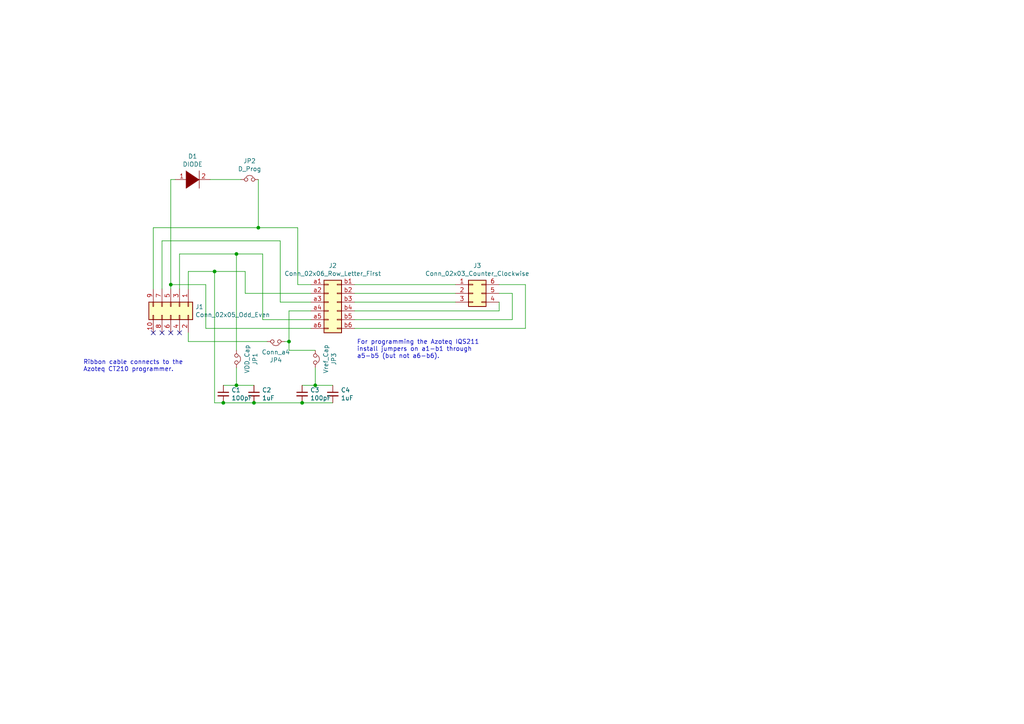
<source format=kicad_sch>
(kicad_sch (version 20230121) (generator eeschema)
  (paper "A4")
  (title_block (company "by Till Straumann") (comment 1 "License: public domain"))
  (lib_symbols
    (symbol "Connector_Generic:Conn_02x03_Counter_Clockwise" (pin_names (offset 1.016) hide)
      (property "Reference" "J" (at 1.27 5.08 0))
      (property "Value" "Conn_02x03_Counter_Clockwise" (at 1.27 -5.08 0))
      (symbol "Conn_02x03_Counter_Clockwise_1_1"
        (rectangle (start -1.27 -2.413) (end 0 -2.667) (stroke (width 0.1524)))
        (rectangle (start -1.27 0.127) (end 0 -0.127) (stroke (width 0.1524)))
        (rectangle (start -1.27 2.667) (end 0 2.413) (stroke (width 0.1524)))
        (rectangle (start -1.27 3.81) (end 3.81 -3.81) (stroke (width 0.254)) (fill (type background)))
        (rectangle (start 3.81 -2.413) (end 2.54 -2.667) (stroke (width 0.1524)))
        (rectangle (start 3.81 0.127) (end 2.54 -0.127) (stroke (width 0.1524)))
        (rectangle (start 3.81 2.667) (end 2.54 2.413) (stroke (width 0.1524)))
        (pin passive line (at -5.08 2.54 0) (length 3.81) (name "Pin_1") (number "1"))
        (pin passive line (at -5.08 0 0) (length 3.81) (name "Pin_2") (number "2"))
        (pin passive line (at -5.08 -2.54 0) (length 3.81) (name "Pin_3") (number "3"))
        (pin passive line (at 7.62 -2.54 180) (length 3.81) (name "Pin_4") (number "4"))
        (pin passive line (at 7.62 0 180) (length 3.81) (name "Pin_5") (number "5"))
        (pin passive line (at 7.62 2.54 180) (length 3.81) (name "Pin_6") (number "6"))
      )
    )
    (symbol "Connector_Generic:Conn_02x05_Odd_Even" (pin_names (offset 1.016) hide)
      (property "Reference" "J" (at 1.27 7.62 0))
      (property "Value" "Conn_02x05_Odd_Even" (at 1.27 -7.62 0))
      (symbol "Conn_02x05_Odd_Even_1_1"
        (rectangle (start -1.27 -4.953) (end 0 -5.207) (stroke (width 0.1524)))
        (rectangle (start -1.27 -2.413) (end 0 -2.667) (stroke (width 0.1524)))
        (rectangle (start -1.27 0.127) (end 0 -0.127) (stroke (width 0.1524)))
        (rectangle (start -1.27 2.667) (end 0 2.413) (stroke (width 0.1524)))
        (rectangle (start -1.27 5.207) (end 0 4.953) (stroke (width 0.1524)))
        (rectangle (start -1.27 6.35) (end 3.81 -6.35) (stroke (width 0.254)) (fill (type background)))
        (rectangle (start 3.81 -4.953) (end 2.54 -5.207) (stroke (width 0.1524)))
        (rectangle (start 3.81 -2.413) (end 2.54 -2.667) (stroke (width 0.1524)))
        (rectangle (start 3.81 0.127) (end 2.54 -0.127) (stroke (width 0.1524)))
        (rectangle (start 3.81 2.667) (end 2.54 2.413) (stroke (width 0.1524)))
        (rectangle (start 3.81 5.207) (end 2.54 4.953) (stroke (width 0.1524)))
        (pin passive line (at -5.08 5.08 0) (length 3.81) (name "Pin_1") (number "1"))
        (pin passive line (at 7.62 -5.08 180) (length 3.81) (name "Pin_10") (number "10"))
        (pin passive line (at 7.62 5.08 180) (length 3.81) (name "Pin_2") (number "2"))
        (pin passive line (at -5.08 2.54 0) (length 3.81) (name "Pin_3") (number "3"))
        (pin passive line (at 7.62 2.54 180) (length 3.81) (name "Pin_4") (number "4"))
        (pin passive line (at -5.08 0 0) (length 3.81) (name "Pin_5") (number "5"))
        (pin passive line (at 7.62 0 180) (length 3.81) (name "Pin_6") (number "6"))
        (pin passive line (at -5.08 -2.54 0) (length 3.81) (name "Pin_7") (number "7"))
        (pin passive line (at 7.62 -2.54 180) (length 3.81) (name "Pin_8") (number "8"))
        (pin passive line (at -5.08 -5.08 0) (length 3.81) (name "Pin_9") (number "9"))
      )
    )
    (symbol "Connector_Generic:Conn_02x06_Row_Letter_First" (pin_names (offset 1.016) hide)
      (property "Reference" "J" (at 1.27 7.62 0))
      (property "Value" "Conn_02x06_Row_Letter_First" (at 1.27 -10.16 0))
      (symbol "Conn_02x06_Row_Letter_First_1_1"
        (rectangle (start -1.27 -7.493) (end 0 -7.747) (stroke (width 0.1524)))
        (rectangle (start -1.27 -4.953) (end 0 -5.207) (stroke (width 0.1524)))
        (rectangle (start -1.27 -2.413) (end 0 -2.667) (stroke (width 0.1524)))
        (rectangle (start -1.27 0.127) (end 0 -0.127) (stroke (width 0.1524)))
        (rectangle (start -1.27 2.667) (end 0 2.413) (stroke (width 0.1524)))
        (rectangle (start -1.27 5.207) (end 0 4.953) (stroke (width 0.1524)))
        (rectangle (start -1.27 6.35) (end 3.81 -8.89) (stroke (width 0.254)) (fill (type background)))
        (rectangle (start 3.81 -7.493) (end 2.54 -7.747) (stroke (width 0.1524)))
        (rectangle (start 3.81 -4.953) (end 2.54 -5.207) (stroke (width 0.1524)))
        (rectangle (start 3.81 -2.413) (end 2.54 -2.667) (stroke (width 0.1524)))
        (rectangle (start 3.81 0.127) (end 2.54 -0.127) (stroke (width 0.1524)))
        (rectangle (start 3.81 2.667) (end 2.54 2.413) (stroke (width 0.1524)))
        (rectangle (start 3.81 5.207) (end 2.54 4.953) (stroke (width 0.1524)))
        (pin passive line (at -5.08 5.08 0) (length 3.81) (name "Pin_a1") (number "a1"))
        (pin passive line (at -5.08 2.54 0) (length 3.81) (name "Pin_a2") (number "a2"))
        (pin passive line (at -5.08 0 0) (length 3.81) (name "Pin_a3") (number "a3"))
        (pin passive line (at -5.08 -2.54 0) (length 3.81) (name "Pin_a4") (number "a4"))
        (pin passive line (at -5.08 -5.08 0) (length 3.81) (name "Pin_a5") (number "a5"))
        (pin passive line (at -5.08 -7.62 0) (length 3.81) (name "Pin_a6") (number "a6"))
        (pin passive line (at 7.62 5.08 180) (length 3.81) (name "Pin_b1") (number "b1"))
        (pin passive line (at 7.62 2.54 180) (length 3.81) (name "Pin_b2") (number "b2"))
        (pin passive line (at 7.62 0 180) (length 3.81) (name "Pin_b3") (number "b3"))
        (pin passive line (at 7.62 -2.54 180) (length 3.81) (name "Pin_b4") (number "b4"))
        (pin passive line (at 7.62 -5.08 180) (length 3.81) (name "Pin_b5") (number "b5"))
        (pin passive line (at 7.62 -7.62 180) (length 3.81) (name "Pin_b6") (number "b6"))
      )
    )
    (symbol "Device:C_Small" (pin_numbers hide) (pin_names (offset 0.254) hide)
      (property "Reference" "C" (at 0.254 1.778 0))
      (property "Value" "C_Small" (at 0.254 -2.032 0))
      (symbol "C_Small_0_1"
        (polyline (pts (xy -1.524 -0.508) (xy 1.524 -0.508)) (stroke (width 0.3302)))
        (polyline (pts (xy -1.524 0.508) (xy 1.524 0.508)) (stroke (width 0.3048)))
      )
      (symbol "C_Small_1_1"
        (pin passive line (at 0 2.54 270) (length 2.032) (name "~") (number "1"))
        (pin passive line (at 0 -2.54 90) (length 2.032) (name "~") (number "2"))
      )
    )
    (symbol "sot23-prog-v1-rescue:DIODE-pspice" (pin_names (offset 1.016) hide)
      (property "Reference" "D" (at 0 3.81 0))
      (property "Value" "pspice_DIODE" (at 0 -4.445 0))
      (symbol "DIODE-pspice_0_1"
        (polyline (pts (xy 1.905 2.54) (xy 1.905 -2.54)))
        (polyline (pts (xy -1.905 2.54) (xy -1.905 -2.54) (xy 1.905 0)) (fill (type outline)))
      )
      (symbol "DIODE-pspice_1_1"
        (pin input line (at -5.08 0 0) (length 3.81) (name "K") (number "1"))
        (pin input line (at 5.08 0 180) (length 3.81) (name "A") (number "2"))
      )
    )
    (symbol "sot23-prog-v1-rescue:Jumper_NC_Small-Device" (pin_numbers hide) (pin_names (offset 0.762) hide)
      (property "Reference" "JP" (at 0 2.032 0))
      (property "Value" "Device_Jumper_NC_Small" (at 0.254 -1.524 0))
      (symbol "Jumper_NC_Small-Device_0_1"
        (circle (center -1.016 0) (radius 0.508))
        (circle (center 1.016 0) (radius 0.508))
        (arc (start 1.016 0.762) (mid 0 1.1828) (end -1.016 0.762))
        (pin passive line (at -2.54 0 0) (length 1.016) (name "1") (number "1"))
        (pin passive line (at 2.54 0 180) (length 1.016) (name "2") (number "2"))
      )
    )
  )
  (junction (at 64.77 116.84))
  (junction (at 62.23 78.74))
  (junction (at 91.44 111.76))
  (junction (at 74.93 66.04))
  (junction (at 68.58 73.66))
  (junction (at 49.53 82.55))
  (junction (at 87.63 116.84))
  (junction (at 83.82 99.06))
  (junction (at 73.66 116.84))
  (junction (at 68.58 111.76))
  (no_connect (at 52.07 96.52))
  (no_connect (at 44.45 96.52))
  (no_connect (at 46.99 96.52))
  (no_connect (at 49.53 96.52))
  (wire (pts (xy 68.58 106.68) (xy 68.58 111.76)))
  (wire (pts (xy 152.4 82.55) (xy 144.78 82.55)))
  (wire (pts (xy 54.61 99.06) (xy 54.61 96.52)))
  (wire (pts (xy 62.23 78.74) (xy 62.23 116.84)))
  (wire (pts (xy 83.82 99.06) (xy 83.82 101.6)))
  (wire (pts (xy 87.63 111.76) (xy 91.44 111.76)))
  (wire (pts (xy 44.45 66.04) (xy 44.45 83.82)))
  (wire (pts (xy 76.2 92.71) (xy 76.2 73.66)))
  (wire (pts (xy 81.28 69.85) (xy 46.99 69.85)))
  (wire (pts (xy 91.44 106.68) (xy 91.44 111.76)))
  (wire (pts (xy 60.96 52.07) (xy 69.85 52.07)))
  (wire (pts (xy 91.44 111.76) (xy 96.52 111.76)))
  (wire (pts (xy 62.23 78.74) (xy 54.61 78.74)))
  (wire (pts (xy 102.87 85.09) (xy 132.08 85.09)))
  (wire (pts (xy 90.17 85.09) (xy 71.12 85.09)))
  (wire (pts (xy 59.69 82.55) (xy 59.69 95.25)))
  (wire (pts (xy 148.59 92.71) (xy 148.59 85.09)))
  (wire (pts (xy 86.36 66.04) (xy 74.93 66.04)))
  (wire (pts (xy 90.17 82.55) (xy 86.36 82.55)))
  (wire (pts (xy 54.61 78.74) (xy 54.61 83.82)))
  (wire (pts (xy 49.53 52.07) (xy 50.8 52.07)))
  (wire (pts (xy 102.87 90.17) (xy 144.78 90.17)))
  (wire (pts (xy 102.87 82.55) (xy 132.08 82.55)))
  (wire (pts (xy 46.99 69.85) (xy 46.99 83.82)))
  (wire (pts (xy 102.87 95.25) (xy 152.4 95.25)))
  (wire (pts (xy 74.93 66.04) (xy 44.45 66.04)))
  (wire (pts (xy 77.47 99.06) (xy 54.61 99.06)))
  (wire (pts (xy 90.17 90.17) (xy 83.82 90.17)))
  (wire (pts (xy 152.4 95.25) (xy 152.4 82.55)))
  (wire (pts (xy 83.82 90.17) (xy 83.82 99.06)))
  (wire (pts (xy 68.58 111.76) (xy 73.66 111.76)))
  (wire (pts (xy 73.66 116.84) (xy 64.77 116.84)))
  (wire (pts (xy 102.87 87.63) (xy 132.08 87.63)))
  (wire (pts (xy 144.78 90.17) (xy 144.78 87.63)))
  (wire (pts (xy 71.12 78.74) (xy 62.23 78.74)))
  (wire (pts (xy 49.53 82.55) (xy 49.53 52.07)))
  (wire (pts (xy 82.55 99.06) (xy 83.82 99.06)))
  (wire (pts (xy 59.69 95.25) (xy 90.17 95.25)))
  (wire (pts (xy 62.23 116.84) (xy 64.77 116.84)))
  (wire (pts (xy 90.17 87.63) (xy 81.28 87.63)))
  (wire (pts (xy 68.58 73.66) (xy 52.07 73.66)))
  (wire (pts (xy 71.12 85.09) (xy 71.12 78.74)))
  (wire (pts (xy 81.28 87.63) (xy 81.28 69.85)))
  (wire (pts (xy 49.53 83.82) (xy 49.53 82.55)))
  (wire (pts (xy 49.53 82.55) (xy 59.69 82.55)))
  (wire (pts (xy 76.2 73.66) (xy 68.58 73.66)))
  (wire (pts (xy 74.93 52.07) (xy 74.93 66.04)))
  (wire (pts (xy 73.66 116.84) (xy 87.63 116.84)))
  (wire (pts (xy 148.59 85.09) (xy 144.78 85.09)))
  (wire (pts (xy 68.58 101.6) (xy 68.58 73.66)))
  (wire (pts (xy 52.07 73.66) (xy 52.07 83.82)))
  (wire (pts (xy 64.77 111.76) (xy 68.58 111.76)))
  (wire (pts (xy 83.82 101.6) (xy 91.44 101.6)))
  (wire (pts (xy 86.36 82.55) (xy 86.36 66.04)))
  (wire (pts (xy 96.52 116.84) (xy 87.63 116.84)))
  (wire (pts (xy 102.87 92.71) (xy 148.59 92.71)))
  (wire (pts (xy 90.17 92.71) (xy 76.2 92.71)))
  (text "For programming the Azoteq IQS211\ninstall jumpers on a1-b1 through\na5-b5 (but not a6-b6)." (at 103.505 104.14 0) (effects (font (size 1.27 1.27)) (justify left bottom)))
  (text "Ribbon cable connects to the\nAzoteq CT210 programmer." (at 24.13 107.95 0) (effects (font (size 1.27 1.27)) (justify left bottom)))
  (symbol (lib_id "Connector_Generic:Conn_02x03_Counter_Clockwise") (at 137.16 85.09 0) (unit 1)
    (property "Reference" "J3" (at 138.43 77.0382 0))
    (property "Value" "Conn_02x03_Counter_Clockwise" (at 138.43 79.3496 0))
    (property "Footprint" "sot23-prog-v1:wells-499-p44-20" (effects hide))
  )
  (symbol (lib_id "Connector_Generic:Conn_02x05_Odd_Even") (at 49.53 88.9 270) (unit 1)
    (property "Reference" "J1" (at 56.642 89.0016 90) (effects (justify left)))
    (property "Value" "Conn_02x05_Odd_Even" (at 56.642 91.313 90) (effects (justify left)))
    (property "Footprint" "Connector_PinHeader_2.54mm:PinHeader_2x05_P2.54mm_Horizontal" (effects hide))
  )
  (symbol (lib_id "Connector_Generic:Conn_02x06_Row_Letter_First") (at 95.25 87.63 0) (unit 1)
    (property "Reference" "J2" (at 96.52 77.0382 0))
    (property "Value" "Conn_02x06_Row_Letter_First" (at 96.52 79.3496 0))
    (property "Footprint" "sot23-prog-v1:PinHeader_2x06_P2.54mm_Vertical_parallel_rows" (effects hide))
  )
  (symbol (lib_id "sot23-prog-v1-rescue:DIODE-pspice") (at 55.88 52.07 0) (unit 1)
    (property "Reference" "D1" (at 55.88 45.339 0))
    (property "Value" "DIODE" (at 55.88 47.6504 0))
    (property "Footprint" "Diode_THT:D_DO-35_SOD27_P2.54mm_Vertical_AnodeUp" (effects hide))
  )
  (symbol (lib_id "sot23-prog-v1-rescue:Jumper_NC_Small-Device") (at 72.39 52.07 0) (unit 1)
    (property "Reference" "JP2" (at 72.39 46.6852 0))
    (property "Value" "D_Prog" (at 72.39 48.9966 0))
    (property "Footprint" "Connector_PinHeader_2.54mm:PinHeader_1x02_P2.54mm_Vertical" (effects hide))
  )
  (symbol (lib_id "Device:C_Small") (at 64.77 114.3 0) (unit 1)
    (property "Reference" "C1" (at 67.1068 113.1316 0) (effects (justify left)))
    (property "Value" "100pF" (at 67.1068 115.443 0) (effects (justify left)))
    (property "Footprint" "Capacitor_SMD:C_0603_1608Metric" (effects hide))
    (property "Part" "C0603C101J5GACTU" (effects hide))
    (property "Manufacturer" "Kemet" (effects hide))
  )
  (symbol (lib_id "Device:C_Small") (at 73.66 114.3 0) (unit 1)
    (property "Reference" "C2" (at 75.9968 113.1316 0) (effects (justify left)))
    (property "Value" "1uF" (at 75.9968 115.443 0) (effects (justify left)))
    (property "Footprint" "Capacitor_SMD:C_1206_3216Metric" (effects hide))
    (property "Part" "C3216X5R1H105M160AA" (effects hide))
    (property "Manufacturer" "TDK" (effects hide))
  )
  (symbol (lib_id "sot23-prog-v1-rescue:Jumper_NC_Small-Device") (at 68.58 104.14 270) (unit 1)
    (property "Reference" "JP1" (at 73.9648 104.14 0))
    (property "Value" "VDD_Cap" (at 71.6534 104.14 0))
    (property "Footprint" "Connector_PinHeader_2.54mm:PinHeader_1x02_P2.54mm_Vertical" (effects hide))
  )
  (symbol (lib_id "Device:C_Small") (at 87.63 114.3 0) (unit 1)
    (property "Reference" "C3" (at 89.9668 113.1316 0) (effects (justify left)))
    (property "Value" "100pF" (at 89.9668 115.443 0) (effects (justify left)))
    (property "Footprint" "Capacitor_SMD:C_0603_1608Metric" (effects hide))
    (property "Part" "C0603C101J5GACTU" (effects hide))
    (property "Manufacturer" "Kemet" (effects hide))
  )
  (symbol (lib_id "Device:C_Small") (at 96.52 114.3 0) (unit 1)
    (property "Reference" "C4" (at 98.8568 113.1316 0) (effects (justify left)))
    (property "Value" "1uF" (at 98.8568 115.443 0) (effects (justify left)))
    (property "Footprint" "Capacitor_SMD:C_1206_3216Metric" (effects hide))
    (property "Part" "C3216X5R1H105M160AA" (effects hide))
    (property "Manufacturer" "TDK" (effects hide))
  )
  (symbol (lib_id "sot23-prog-v1-rescue:Jumper_NC_Small-Device") (at 91.44 104.14 270) (unit 1)
    (property "Reference" "JP3" (at 96.8248 104.14 0))
    (property "Value" "Vref_Cap" (at 94.5134 104.14 0))
    (property "Footprint" "Connector_PinHeader_2.54mm:PinHeader_1x02_P2.54mm_Vertical" (effects hide))
  )
  (symbol (lib_id "sot23-prog-v1-rescue:Jumper_NC_Small-Device") (at 80.01 99.06 180) (unit 1)
    (property "Reference" "JP4" (at 80.01 104.4448 0))
    (property "Value" "Conn_a4" (at 80.01 102.1334 0))
    (property "Footprint" "Connector_PinHeader_2.54mm:PinHeader_1x02_P2.54mm_Vertical" (effects hide))
  )
)
</source>
